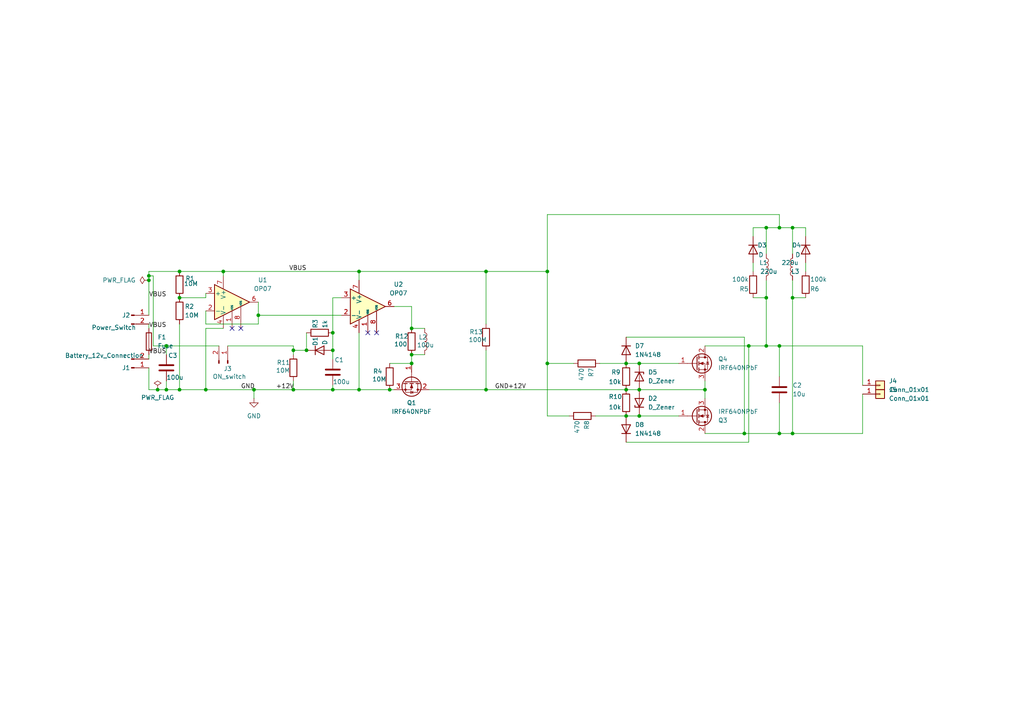
<source format=kicad_sch>
(kicad_sch (version 20250114) (generator "eeschema") (generator_version "9.0")
  (paper "A4")
  (lib_symbols
    (symbol "Amplifier_Operational:OP07" (pin_names (offset 0.127))
      (property "Reference" "U" (at 1.27 6.35 0))
      (property "Value" "OP07" (at 1.27 3.81 0))
      (symbol "OP07_0_1"
        (polyline (pts (xy -5.08 5.08) (xy 5.08 0) (xy -5.08 -5.08) (xy -5.08 5.08)) (stroke (width 0.254)) (fill (type background)))
      )
      (symbol "OP07_1_1"
        (pin input line (at -7.62 2.54 0) (length 2.54) (name "+") (number "3"))
        (pin input line (at -7.62 -2.54 0) (length 2.54) (name "-") (number "2"))
        (pin power_in line (at -2.54 7.62 270) (length 3.81) (name "V+") (number "7"))
        (pin power_in line (at -2.54 -7.62 90) (length 3.81) (name "V-") (number "4"))
        (pin no_connect line (at 0 2.54 270) (length 2.54) (hide yes) (name "NC") (number "5"))
        (pin input line (at 0 -7.62 90) (length 5.08) (name "VOS") (number "1"))
        (pin input line (at 2.54 -7.62 90) (length 6.35) (name "VOS") (number "8"))
        (pin output line (at 7.62 0 180) (length 2.54) (name "~") (number "6"))
      )
    )
    (symbol "Connector:Conn_01x02_Pin" (pin_names (offset 1.016) (hide yes))
      (property "Reference" "J" (at 0 2.54 0))
      (property "Value" "Conn_01x02_Pin" (at 0 -5.08 0))
      (symbol "Conn_01x02_Pin_1_1"
        (rectangle (start 0.8636 0.127) (end 0 -0.127) (stroke (width 0.1524)) (fill (type outline)))
        (rectangle (start 0.8636 -2.413) (end 0 -2.667) (stroke (width 0.1524)) (fill (type outline)))
        (polyline (pts (xy 1.27 0) (xy 0.8636 0)) (stroke (width 0.1524)))
        (polyline (pts (xy 1.27 -2.54) (xy 0.8636 -2.54)) (stroke (width 0.1524)))
        (pin passive line (at 5.08 0 180) (length 3.81) (name "Pin_1") (number "1"))
        (pin passive line (at 5.08 -2.54 180) (length 3.81) (name "Pin_2") (number "2"))
      )
    )
    (symbol "Connector_Generic:Conn_01x01" (pin_names (offset 1.016) (hide yes))
      (property "Reference" "J" (at 0 2.54 0))
      (property "Value" "Conn_01x01" (at 0 -2.54 0))
      (symbol "Conn_01x01_1_1"
        (rectangle (start -1.27 1.27) (end 1.27 -1.27) (stroke (width 0.254)) (fill (type background)))
        (rectangle (start -1.27 0.127) (end 0 -0.127) (stroke (width 0.1524)))
        (pin passive line (at -5.08 0 0) (length 3.81) (name "Pin_1") (number "1"))
      )
    )
    (symbol "Device:C" (pin_numbers (hide yes)) (pin_names (offset 0.254))
      (property "Reference" "C" (at 0.635 2.54 0))
      (property "Value" "C" (at 0.635 -2.54 0))
      (symbol "C_0_1"
        (polyline (pts (xy -2.032 0.762) (xy 2.032 0.762)) (stroke (width 0.508)))
        (polyline (pts (xy -2.032 -0.762) (xy 2.032 -0.762)) (stroke (width 0.508)))
      )
      (symbol "C_1_1"
        (pin passive line (at 0 3.81 270) (length 2.794) (name "~") (number "1"))
        (pin passive line (at 0 -3.81 90) (length 2.794) (name "~") (number "2"))
      )
    )
    (symbol "Device:D" (pin_numbers (hide yes)) (pin_names (offset 1.016) (hide yes))
      (property "Reference" "D" (at 0 2.54 0))
      (property "Value" "D" (at 0 -2.54 0))
      (symbol "D_0_1"
        (polyline (pts (xy -1.27 1.27) (xy -1.27 -1.27)) (stroke (width 0.254)))
        (polyline (pts (xy 1.27 1.27) (xy 1.27 -1.27) (xy -1.27 0) (xy 1.27 1.27)) (stroke (width 0.254)))
        (polyline (pts (xy 1.27 0) (xy -1.27 0)))
      )
      (symbol "D_1_1"
        (pin passive line (at -3.81 0 0) (length 2.54) (name "K") (number "1"))
        (pin passive line (at 3.81 0 180) (length 2.54) (name "A") (number "2"))
      )
    )
    (symbol "Device:D_Zener" (pin_numbers (hide yes)) (pin_names (offset 1.016) (hide yes))
      (property "Reference" "D" (at 0 2.54 0))
      (property "Value" "D_Zener" (at 0 -2.54 0))
      (symbol "D_Zener_0_1"
        (polyline (pts (xy -1.27 -1.27) (xy -1.27 1.27) (xy -0.762 1.27)) (stroke (width 0.254)))
        (polyline (pts (xy 1.27 0) (xy -1.27 0)))
        (polyline (pts (xy 1.27 -1.27) (xy 1.27 1.27) (xy -1.27 0) (xy 1.27 -1.27)) (stroke (width 0.254)))
      )
      (symbol "D_Zener_1_1"
        (pin passive line (at -3.81 0 0) (length 2.54) (name "K") (number "1"))
        (pin passive line (at 3.81 0 180) (length 2.54) (name "A") (number "2"))
      )
    )
    (symbol "Device:Fuse" (pin_numbers (hide yes)) (pin_names (offset 0))
      (property "Reference" "F" (at 2.032 0 90))
      (property "Value" "Fuse" (at -1.905 0 90))
      (symbol "Fuse_0_1"
        (rectangle (start -0.762 -2.54) (end 0.762 2.54) (stroke (width 0.254)))
        (polyline (pts (xy 0 2.54) (xy 0 -2.54)))
      )
      (symbol "Fuse_1_1"
        (pin passive line (at 0 3.81 270) (length 1.27) (name "~") (number "1"))
        (pin passive line (at 0 -3.81 90) (length 1.27) (name "~") (number "2"))
      )
    )
    (symbol "Device:L" (pin_numbers (hide yes)) (pin_names (offset 1.016) (hide yes))
      (property "Reference" "L" (at -1.27 0 90))
      (property "Value" "L" (at 1.905 0 90))
      (symbol "L_0_1"
        (arc (start 0 2.54) (mid 0.6323 1.905) (end 0 1.27))
        (arc (start 0 1.27) (mid 0.6323 0.635) (end 0 0))
        (arc (start 0 0) (mid 0.6323 -0.635) (end 0 -1.27))
        (arc (start 0 -1.27) (mid 0.6323 -1.905) (end 0 -2.54))
      )
      (symbol "L_1_1"
        (pin passive line (at 0 3.81 270) (length 1.27) (name "1") (number "1"))
        (pin passive line (at 0 -3.81 90) (length 1.27) (name "2") (number "2"))
      )
    )
    (symbol "Device:R" (pin_numbers (hide yes)) (pin_names (offset 0))
      (property "Reference" "R" (at 2.032 0 90))
      (property "Value" "R" (at 0 0 90))
      (symbol "R_0_1"
        (rectangle (start -1.016 -2.54) (end 1.016 2.54) (stroke (width 0.254)))
      )
      (symbol "R_1_1"
        (pin passive line (at 0 3.81 270) (length 1.27) (name "~") (number "1"))
        (pin passive line (at 0 -3.81 90) (length 1.27) (name "~") (number "2"))
      )
    )
    (symbol "Diode:1N4148" (pin_numbers (hide yes)) (pin_names (hide yes))
      (property "Reference" "D" (at 0 2.54 0))
      (property "Value" "1N4148" (at 0 -2.54 0))
      (symbol "1N4148_0_1"
        (polyline (pts (xy -1.27 1.27) (xy -1.27 -1.27)) (stroke (width 0.254)))
        (polyline (pts (xy 1.27 1.27) (xy 1.27 -1.27) (xy -1.27 0) (xy 1.27 1.27)) (stroke (width 0.254)))
        (polyline (pts (xy 1.27 0) (xy -1.27 0)))
      )
      (symbol "1N4148_1_1"
        (pin passive line (at -3.81 0 0) (length 2.54) (name "K") (number "1"))
        (pin passive line (at 3.81 0 180) (length 2.54) (name "A") (number "2"))
      )
    )
    (symbol "NMOS_ME:Q_NMOS_DSG" (pin_names (offset 0) (hide yes))
      (property "Reference" "Q" (at 5.08 1.905 0))
      (property "Value" "Q_NMOS_DSG" (at 5.08 0 0))
      (symbol "Q_NMOS_DSG_0_1"
        (polyline (pts (xy 0.254 1.905) (xy 0.254 -1.905)) (stroke (width 0.254)))
        (polyline (pts (xy 0.254 0) (xy -2.54 0)))
        (polyline (pts (xy 0.762 2.286) (xy 0.762 1.27)) (stroke (width 0.254)))
        (polyline (pts (xy 0.762 0.508) (xy 0.762 -0.508)) (stroke (width 0.254)))
        (polyline (pts (xy 0.762 -1.27) (xy 0.762 -2.286)) (stroke (width 0.254)))
        (polyline (pts (xy 0.762 -1.778) (xy 3.302 -1.778) (xy 3.302 1.778) (xy 0.762 1.778)))
        (polyline (pts (xy 1.016 0) (xy 2.032 0.381) (xy 2.032 -0.381) (xy 1.016 0)) (fill (type outline)))
        (circle (center 1.651 0) (radius 2.794) (stroke (width 0.254)))
        (polyline (pts (xy 2.54 2.54) (xy 2.54 1.778)))
        (circle (center 2.54 1.778) (radius 0.254) (fill (type outline)))
        (circle (center 2.54 -1.778) (radius 0.254) (fill (type outline)))
        (polyline (pts (xy 2.54 -2.54) (xy 2.54 0) (xy 0.762 0)))
        (polyline (pts (xy 2.921 0.381) (xy 3.683 0.381)))
        (polyline (pts (xy 3.302 0.381) (xy 2.921 -0.254) (xy 3.683 -0.254) (xy 3.302 0.381)))
      )
      (symbol "Q_NMOS_DSG_1_1"
        (pin input line (at -5.08 0 0) (length 2.54) (name "G") (number "1"))
        (pin passive line (at 2.54 5.08 270) (length 2.54) (name "D") (number "2"))
        (pin passive line (at 2.54 -5.08 90) (length 2.54) (name "S") (number "3"))
      )
    )
    (symbol "power:GND" (power) (pin_numbers (hide yes)) (pin_names (offset 0) (hide yes))
      (property "Value" "GND" (at 0 -3.81 0))
      (symbol "GND_0_1"
        (polyline (pts (xy 0 0) (xy 0 -1.27) (xy 1.27 -1.27) (xy 0 -2.54) (xy -1.27 -1.27) (xy 0 -1.27)))
      )
      (symbol "GND_1_1"
        (pin power_in line (at 0 0 270) (length 0) (name "~") (number "1"))
      )
    )
    (symbol "power:PWR_FLAG" (power) (pin_numbers (hide yes)) (pin_names (offset 0) (hide yes))
      (property "Value" "PWR_FLAG" (at 0 3.81 0))
      (symbol "PWR_FLAG_0_0"
        (pin power_out line (at 0 0 90) (length 0) (name "~") (number "1"))
      )
      (symbol "PWR_FLAG_0_1"
        (polyline (pts (xy 0 0) (xy 0 1.27) (xy -1.016 1.905) (xy 0 2.54) (xy 1.016 1.905) (xy 0 1.27)))
      )
    )
  )
  (junction (at 73.66 113.03))
  (junction (at 96.52 113.03))
  (junction (at 52.07 113.03))
  (junction (at 215.9 125.73))
  (junction (at 181.61 113.03))
  (junction (at 140.97 78.74))
  (junction (at 52.07 78.74))
  (junction (at 85.09 113.03))
  (junction (at 64.77 78.74))
  (junction (at 185.42 105.41))
  (junction (at 181.61 105.41))
  (junction (at 45.72 113.03))
  (junction (at 88.9 101.6))
  (junction (at 85.09 101.6))
  (junction (at 226.06 125.73))
  (junction (at 229.87 86.36))
  (junction (at 222.25 86.36))
  (junction (at 48.26 100.33))
  (junction (at 204.47 113.03))
  (junction (at 217.17 100.33))
  (junction (at 96.52 101.6))
  (junction (at 158.75 105.41))
  (junction (at 119.38 102.87))
  (junction (at 96.52 96.52))
  (junction (at 226.06 66.04))
  (junction (at 74.93 91.44))
  (junction (at 181.61 120.65))
  (junction (at 229.87 66.04))
  (junction (at 158.75 78.74))
  (junction (at 119.38 105.41))
  (junction (at 222.25 100.33))
  (junction (at 185.42 113.03))
  (junction (at 140.97 113.03))
  (junction (at 104.14 78.74))
  (junction (at 52.07 86.36))
  (junction (at 226.06 100.33))
  (junction (at 43.18 81.28))
  (junction (at 185.42 120.65))
  (junction (at 59.69 113.03))
  (junction (at 104.14 113.03))
  (junction (at 43.18 80.01))
  (junction (at 113.03 113.03))
  (junction (at 222.25 66.04))
  (junction (at 48.26 113.03))
  (junction (at 119.38 95.25))
  (junction (at 229.87 125.73))
  (no_connect (at 67.31 95.25))
  (no_connect (at 69.85 95.25))
  (no_connect (at 109.22 96.52))
  (no_connect (at 106.68 96.52))
  (wire (pts (xy 124.46 113.03) (xy 140.97 113.03)))
  (wire (pts (xy 96.52 113.03) (xy 104.14 113.03)))
  (wire (pts (xy 96.52 86.36) (xy 96.52 96.52)))
  (wire (pts (xy 59.69 93.98) (xy 74.93 93.98)))
  (wire (pts (xy 140.97 101.6) (xy 140.97 113.03)))
  (wire (pts (xy 158.75 120.65) (xy 165.1 120.65)))
  (wire (pts (xy 229.87 125.73) (xy 250.19 125.73)))
  (wire (pts (xy 250.19 100.33) (xy 250.19 111.76)))
  (wire (pts (xy 96.52 86.36) (xy 99.06 86.36)))
  (wire (pts (xy 233.68 66.04) (xy 233.68 68.58)))
  (wire (pts (xy 52.07 78.74) (xy 64.77 78.74)))
  (wire (pts (xy 185.42 120.65) (xy 196.85 120.65)))
  (wire (pts (xy 217.17 128.27) (xy 217.17 100.33)))
  (wire (pts (xy 181.61 120.65) (xy 185.42 120.65)))
  (wire (pts (xy 119.38 95.25) (xy 123.19 95.25)))
  (wire (pts (xy 226.06 100.33) (xy 226.06 109.22)))
  (wire (pts (xy 85.09 100.33) (xy 85.09 101.6)))
  (wire (pts (xy 215.9 125.73) (xy 226.06 125.73)))
  (wire (pts (xy 181.61 97.79) (xy 215.9 97.79)))
  (wire (pts (xy 88.9 96.52) (xy 88.9 101.6)))
  (wire (pts (xy 204.47 113.03) (xy 204.47 115.57)))
  (wire (pts (xy 229.87 73.66) (xy 229.87 66.04)))
  (wire (pts (xy 233.68 86.36) (xy 229.87 86.36)))
  (wire (pts (xy 43.18 80.01) (xy 43.18 81.28)))
  (wire (pts (xy 104.14 78.74) (xy 140.97 78.74)))
  (wire (pts (xy 113.03 105.41) (xy 119.38 105.41)))
  (wire (pts (xy 66.04 100.33) (xy 85.09 100.33)))
  (wire (pts (xy 43.18 106.68) (xy 43.18 113.03)))
  (wire (pts (xy 119.38 88.9) (xy 119.38 95.25)))
  (wire (pts (xy 85.09 110.49) (xy 85.09 113.03)))
  (wire (pts (xy 226.06 125.73) (xy 229.87 125.73)))
  (wire (pts (xy 119.38 102.87) (xy 119.38 105.41)))
  (wire (pts (xy 218.44 68.58) (xy 218.44 66.04)))
  (wire (pts (xy 226.06 100.33) (xy 250.19 100.33)))
  (wire (pts (xy 229.87 86.36) (xy 229.87 125.73)))
  (wire (pts (xy 43.18 102.87) (xy 43.18 104.14)))
  (wire (pts (xy 43.18 78.74) (xy 52.07 78.74)))
  (wire (pts (xy 44.45 80.01) (xy 43.18 80.01)))
  (wire (pts (xy 59.69 95.25) (xy 59.69 113.03)))
  (wire (pts (xy 158.75 62.23) (xy 158.75 78.74)))
  (wire (pts (xy 73.66 113.03) (xy 73.66 115.57)))
  (wire (pts (xy 226.06 62.23) (xy 226.06 66.04)))
  (wire (pts (xy 64.77 78.74) (xy 64.77 80.01)))
  (wire (pts (xy 222.25 81.28) (xy 222.25 86.36)))
  (wire (pts (xy 218.44 66.04) (xy 222.25 66.04)))
  (wire (pts (xy 113.03 113.03) (xy 114.3 113.03)))
  (wire (pts (xy 59.69 86.36) (xy 59.69 85.09)))
  (wire (pts (xy 222.25 86.36) (xy 218.44 86.36)))
  (wire (pts (xy 48.26 113.03) (xy 48.26 110.49)))
  (wire (pts (xy 43.18 93.98) (xy 43.18 95.25)))
  (wire (pts (xy 158.75 62.23) (xy 226.06 62.23)))
  (wire (pts (xy 43.18 81.28) (xy 43.18 91.44)))
  (wire (pts (xy 85.09 101.6) (xy 88.9 101.6)))
  (wire (pts (xy 52.07 93.98) (xy 52.07 113.03)))
  (wire (pts (xy 204.47 100.33) (xy 217.17 100.33)))
  (wire (pts (xy 222.25 86.36) (xy 222.25 100.33)))
  (wire (pts (xy 181.61 113.03) (xy 185.42 113.03)))
  (wire (pts (xy 96.52 101.6) (xy 96.52 104.14)))
  (wire (pts (xy 48.26 113.03) (xy 52.07 113.03)))
  (wire (pts (xy 85.09 113.03) (xy 96.52 113.03)))
  (wire (pts (xy 181.61 105.41) (xy 185.42 105.41)))
  (wire (pts (xy 204.47 125.73) (xy 215.9 125.73)))
  (wire (pts (xy 233.68 76.2) (xy 233.68 78.74)))
  (wire (pts (xy 204.47 110.49) (xy 204.47 113.03)))
  (wire (pts (xy 96.52 96.52) (xy 96.52 101.6)))
  (wire (pts (xy 52.07 113.03) (xy 59.69 113.03)))
  (wire (pts (xy 229.87 66.04) (xy 233.68 66.04)))
  (wire (pts (xy 59.69 90.17) (xy 59.69 93.98)))
  (wire (pts (xy 44.45 100.33) (xy 44.45 80.01)))
  (wire (pts (xy 250.19 114.3) (xy 250.19 125.73)))
  (wire (pts (xy 173.99 105.41) (xy 181.61 105.41)))
  (wire (pts (xy 119.38 88.9) (xy 114.3 88.9)))
  (wire (pts (xy 215.9 97.79) (xy 215.9 125.73)))
  (wire (pts (xy 158.75 105.41) (xy 158.75 120.65)))
  (wire (pts (xy 229.87 86.36) (xy 229.87 81.28)))
  (wire (pts (xy 140.97 78.74) (xy 158.75 78.74)))
  (wire (pts (xy 85.09 101.6) (xy 85.09 102.87)))
  (wire (pts (xy 222.25 66.04) (xy 222.25 73.66)))
  (wire (pts (xy 43.18 78.74) (xy 43.18 80.01)))
  (wire (pts (xy 45.72 113.03) (xy 43.18 113.03)))
  (wire (pts (xy 59.69 95.25) (xy 64.77 95.25)))
  (wire (pts (xy 226.06 66.04) (xy 229.87 66.04)))
  (wire (pts (xy 158.75 78.74) (xy 158.75 105.41)))
  (wire (pts (xy 104.14 78.74) (xy 104.14 81.28)))
  (wire (pts (xy 104.14 96.52) (xy 104.14 113.03)))
  (wire (pts (xy 119.38 102.87) (xy 123.19 102.87)))
  (wire (pts (xy 45.72 113.03) (xy 48.26 113.03)))
  (wire (pts (xy 59.69 113.03) (xy 73.66 113.03)))
  (wire (pts (xy 181.61 128.27) (xy 217.17 128.27)))
  (wire (pts (xy 158.75 105.41) (xy 166.37 105.41)))
  (wire (pts (xy 218.44 78.74) (xy 218.44 76.2)))
  (wire (pts (xy 226.06 116.84) (xy 226.06 125.73)))
  (wire (pts (xy 52.07 86.36) (xy 59.69 86.36)))
  (wire (pts (xy 185.42 113.03) (xy 204.47 113.03)))
  (wire (pts (xy 96.52 111.76) (xy 96.52 113.03)))
  (wire (pts (xy 74.93 91.44) (xy 74.93 93.98)))
  (wire (pts (xy 74.93 91.44) (xy 99.06 91.44)))
  (wire (pts (xy 140.97 78.74) (xy 140.97 93.98)))
  (wire (pts (xy 226.06 66.04) (xy 222.25 66.04)))
  (wire (pts (xy 73.66 113.03) (xy 85.09 113.03)))
  (wire (pts (xy 172.72 120.65) (xy 181.61 120.65)))
  (wire (pts (xy 48.26 102.87) (xy 48.26 100.33)))
  (wire (pts (xy 222.25 100.33) (xy 226.06 100.33)))
  (wire (pts (xy 104.14 113.03) (xy 113.03 113.03)))
  (wire (pts (xy 140.97 113.03) (xy 181.61 113.03)))
  (wire (pts (xy 48.26 100.33) (xy 63.5 100.33)))
  (wire (pts (xy 185.42 105.41) (xy 196.85 105.41)))
  (wire (pts (xy 44.45 100.33) (xy 48.26 100.33)))
  (wire (pts (xy 74.93 87.63) (xy 74.93 91.44)))
  (wire (pts (xy 217.17 100.33) (xy 222.25 100.33)))
  (wire (pts (xy 64.77 78.74) (xy 104.14 78.74)))
  (label "VBUS" (at 43.18 95.25 0))
  (label "+12V" (at 80.01 113.03 0))
  (label "VBUS" (at 43.18 102.87 0))
  (label "GND" (at 69.85 113.03 0))
  (label "+12V" (at 147.32 113.03 0))
  (label "GND" (at 143.51 113.03 0))
  (label "VBUS" (at 43.18 86.36 0))
  (label "VBUS" (at 83.82 78.74 0))
  (symbol (lib_id "Device:R") (at 85.09 106.68 0) (unit 1)
    (property "Reference" "R11" (at 80.264 105.156 0) (effects (justify left)))
    (property "Value" "10M" (at 80.01 107.442 0) (effects (justify left)))
    (property "Footprint" "Resistor_SMD:R_0805_2012Metric" (effects (hide yes)))
    (property "Description" "Resistor" (effects (hide yes)))
  )
  (symbol (lib_id "Device:R") (at 233.68 82.55 0) (mirror x) (unit 1)
    (property "Reference" "R6" (at 234.95 83.82 0) (effects (justify left)))
    (property "Value" "100k" (at 234.95 81.026 0) (effects (justify left)))
    (property "Footprint" "Resistor_THT:R_Axial_DIN0411_L9.9mm_D3.6mm_P15.24mm_Horizontal" (effects (hide yes)))
    (property "Description" "Resistor" (effects (hide yes)))
  )
  (symbol (lib_id "Device:C") (at 48.26 106.68 0) (unit 1)
    (property "Reference" "C3" (at 48.768 103.124 0) (effects (justify left)))
    (property "Value" "100u" (at 48.26 109.474 0) (effects (justify left)))
    (property "Footprint" "Capacitor_SMD:C_0805_2012Metric" (effects (hide yes)))
    (property "Description" "Unpolarized capacitor" (effects (hide yes)))
  )
  (symbol (lib_id "NMOS_ME:Q_NMOS_DSG") (at 201.93 105.41 0) (unit 1)
    (property "Reference" "Q4" (at 208.28 104.1399 0) (effects (justify left)))
    (property "Value" "IRF640NPbF" (at 208.28 106.6799 0) (effects (justify left)))
    (property "Footprint" "Package_TO_SOT_THT:TO-220-3_Vertical" (effects (hide yes)))
    (property "Description" "N-MOSFET transistor, drain/source/gate" (effects (hide yes)))
  )
  (symbol (lib_id "NMOS_ME:Q_NMOS_DSG") (at 201.93 120.65 0) (mirror x) (unit 1)
    (property "Reference" "Q3" (at 208.28 121.9201 0) (effects (justify left)))
    (property "Value" "IRF640NPbF" (at 208.28 119.3801 0) (effects (justify left)))
    (property "Footprint" "Package_TO_SOT_THT:TO-220-3_Vertical" (effects (hide yes)))
    (property "Description" "N-MOSFET transistor, drain/source/gate" (effects (hide yes)))
  )
  (symbol (lib_id "Diode:1N4148") (at 181.61 101.6 270) (unit 1)
    (property "Reference" "D7" (at 184.15 100.3299 90) (effects (justify left)))
    (property "Value" "1N4148" (at 184.15 102.8699 90) (effects (justify left)))
    (property "Footprint" "Diode_THT:D_DO-35_SOD27_P7.62mm_Horizontal" (effects (hide yes)))
    (property "Datasheet" "https://assets.nexperia.com/documents/data-sheet/1N4148_1N4448.pdf" (effects (hide yes)))
    (property "Description" "100V 0.15A standard switching diode, DO-35" (effects (hide yes)))
    (property "Sim.Device" "D" (effects (hide yes)))
    (property "Sim.Pins" "1=K 2=A" (effects (hide yes)))
  )
  (symbol (lib_id "Device:D_Zener") (at 185.42 109.22 270) (unit 1)
    (property "Reference" "D5" (at 187.96 107.9499 90) (effects (justify left)))
    (property "Value" "D_Zener" (at 187.96 110.4899 90) (effects (justify left)))
    (property "Footprint" "Diode_THT:D_A-405_P7.62mm_Horizontal" (effects (hide yes)))
    (property "Description" "Zener diode" (effects (hide yes)))
  )
  (symbol (lib_id "Device:R") (at 92.71 96.52 90) (unit 1)
    (property "Reference" "R3" (at 91.44 95.25 0) (effects (justify left)))
    (property "Value" "1k" (at 94.234 95.25 0) (effects (justify left)))
    (property "Footprint" "Resistor_SMD:R_0805_2012Metric_Pad1.20x1.40mm_HandSolder" (effects (hide yes)))
    (property "Description" "Resistor" (effects (hide yes)))
  )
  (symbol (lib_id "Device:R") (at 52.07 82.55 180) (unit 1)
    (property "Reference" "R1" (at 55.118 80.772 0))
    (property "Value" "10M" (at 55.372 82.296 0))
    (property "Footprint" "Resistor_SMD:R_0805_2012Metric" (effects (hide yes)))
    (property "Description" "Resistor" (effects (hide yes)))
  )
  (symbol (lib_id "Device:D") (at 218.44 72.39 270) (unit 1)
    (property "Reference" "D3" (at 219.71 71.12 90) (effects (justify left)))
    (property "Value" "D" (at 219.964 73.914 90) (effects (justify left)))
    (property "Footprint" "Diode_THT:D_A-405_P10.16mm_Horizontal" (effects (hide yes)))
    (property "Description" "Diode" (effects (hide yes)))
    (property "Sim.Device" "D" (effects (hide yes)))
    (property "Sim.Pins" "1=K 2=A" (effects (hide yes)))
  )
  (symbol (lib_id "Device:D") (at 233.68 72.39 90) (mirror x) (unit 1)
    (property "Reference" "D4" (at 232.41 71.12 90) (effects (justify left)))
    (property "Value" "D" (at 232.156 73.914 90) (effects (justify left)))
    (property "Footprint" "Diode_THT:D_A-405_P10.16mm_Horizontal" (effects (hide yes)))
    (property "Description" "Diode" (effects (hide yes)))
    (property "Sim.Device" "D" (effects (hide yes)))
    (property "Sim.Pins" "1=K 2=A" (effects (hide yes)))
  )
  (symbol (lib_id "Connector:Conn_01x02_Pin") (at 66.04 105.41 270) (mirror x) (unit 1)
    (property "Reference" "J3" (at 66.04 106.934 90))
    (property "Value" "ON_switch" (at 66.548 109.22 90))
    (property "Footprint" "Connector_AMASS:AMASS_XT30U-F_1x02_P5.0mm_Vertical" (effects (hide yes)))
    (property "Description" "Generic connector, single row, 01x02, script generated" (effects (hide yes)))
  )
  (symbol (lib_id "power:PWR_FLAG") (at 45.72 113.03 0) (unit 1)
    (property "Reference" "#FLG02" (effects (hide yes)))
    (property "Value" "PWR_FLAG" (at 45.72 115.316 0))
    (property "Description" "Special symbol for telling ERC where power comes from" (effects (hide yes)))
  )
  (symbol (lib_id "Device:R") (at 181.61 116.84 0) (unit 1)
    (property "Reference" "R10" (at 176.53 115.062 0) (effects (justify left)))
    (property "Value" "10k" (at 176.53 118.11 0) (effects (justify left)))
    (property "Footprint" "Resistor_SMD:R_0805_2012Metric" (effects (hide yes)))
    (property "Description" "Resistor" (effects (hide yes)))
  )
  (symbol (lib_id "Device:R") (at 119.38 99.06 0) (unit 1)
    (property "Reference" "R12" (at 114.554 97.536 0) (effects (justify left)))
    (property "Value" "100" (at 114.3 99.822 0) (effects (justify left)))
    (property "Footprint" "Resistor_SMD:R_0805_2012Metric" (effects (hide yes)))
    (property "Description" "Resistor" (effects (hide yes)))
  )
  (symbol (lib_id "Device:D") (at 92.71 101.6 0) (unit 1)
    (property "Reference" "D1" (at 91.44 100.33 90) (effects (justify left)))
    (property "Value" "D" (at 94.234 100.076 90) (effects (justify left)))
    (property "Footprint" "Diode_SMD:D_0805_2012Metric_Pad1.15x1.40mm_HandSolder" (effects (hide yes)))
    (property "Description" "Diode" (effects (hide yes)))
    (property "Sim.Device" "D" (effects (hide yes)))
    (property "Sim.Pins" "1=K 2=A" (effects (hide yes)))
  )
  (symbol (lib_id "Device:R") (at 218.44 82.55 180) (unit 1)
    (property "Reference" "R5" (at 217.17 83.82 0) (effects (justify left)))
    (property "Value" "100k" (at 217.17 81.026 0) (effects (justify left)))
    (property "Footprint" "Resistor_THT:R_Axial_DIN0411_L9.9mm_D3.6mm_P15.24mm_Horizontal" (effects (hide yes)))
    (property "Description" "Resistor" (effects (hide yes)))
  )
  (symbol (lib_id "Device:Fuse") (at 43.18 99.06 0) (unit 1)
    (property "Reference" "F1" (at 45.72 97.7899 0) (effects (justify left)))
    (property "Value" "Fuse" (at 45.72 100.3299 0) (effects (justify left)))
    (property "Footprint" "Fuse:Fuseholder_Clip-5x20mm_Keystone_3517_Inline_P23.11x6.76mm_D1.70mm_Horizontal" (effects (hide yes)))
    (property "Description" "Fuse" (effects (hide yes)))
  )
  (symbol (lib_id "Device:R") (at 170.18 105.41 270) (unit 1)
    (property "Reference" "R7" (at 171.45 106.68 0) (effects (justify left)))
    (property "Value" "470" (at 168.656 106.68 0) (effects (justify left)))
    (property "Footprint" "Resistor_SMD:R_0805_2012Metric" (effects (hide yes)))
    (property "Description" "Resistor" (effects (hide yes)))
  )
  (symbol (lib_id "power:PWR_FLAG") (at 43.18 81.28 90) (unit 1)
    (property "Reference" "#FLG01" (effects (hide yes)))
    (property "Value" "PWR_FLAG" (at 39.37 81.2799 90) (effects (justify left)))
    (property "Description" "Special symbol for telling ERC where power comes from" (effects (hide yes)))
  )
  (symbol (lib_id "Amplifier_Operational:OP07") (at 67.31 87.63 0) (unit 1)
    (property "Reference" "U1" (at 76.2 81.2098 0))
    (property "Value" "OP07" (at 76.2 83.7498 0))
    (property "Footprint" "Package_SO:SOIC-8_3.9x4.9mm_P1.27mm" (effects (hide yes)))
    (property "Datasheet" "https://www.analog.com/media/en/technical-documentation/data-sheets/OP07.pdf" (effects (hide yes)))
    (property "Description" "Single Ultra-Low Offset Voltage Operational Amplifier, DIP-8/SOIC-8" (effects (hide yes)))
  )
  (symbol (lib_id "Connector_Generic:Conn_01x01") (at 255.27 114.3 0) (unit 1)
    (property "Reference" "J5" (at 257.81 113.0299 0) (effects (justify left)))
    (property "Value" "Conn_01x01" (at 257.81 115.5699 0) (effects (justify left)))
    (property "Footprint" "TerminalBlock_MetzConnect:TerminalBlock_MetzConnect_360271_1x01_Horizontal_ScrewM3.0_Boxed" (effects (hide yes)))
    (property "Description" "Generic connector, single row, 01x01, script generated (kicad-library-utils/schlib/autogen/connector/)" (effects (hide yes)))
  )
  (symbol (lib_id "NMOS_ME:Q_NMOS_DSG") (at 119.38 110.49 270) (unit 1)
    (property "Reference" "Q1" (at 119.38 116.84 90))
    (property "Value" "IRF640NPbF" (at 119.38 119.38 90))
    (property "Footprint" "Package_TO_SOT_THT:TO-220-3_Vertical" (effects (hide yes)))
    (property "Description" "N-MOSFET transistor, drain/source/gate" (effects (hide yes)))
  )
  (symbol (lib_id "Device:R") (at 181.61 109.22 0) (unit 1)
    (property "Reference" "R9" (at 177.292 107.95 0) (effects (justify left)))
    (property "Value" "10k" (at 176.53 110.744 0) (effects (justify left)))
    (property "Footprint" "Resistor_SMD:R_0805_2012Metric" (effects (hide yes)))
    (property "Description" "Resistor" (effects (hide yes)))
  )
  (symbol (lib_id "Device:L") (at 222.25 77.47 0) (unit 1)
    (property "Reference" "L1" (at 220.218 76.2 0) (effects (justify left)))
    (property "Value" "220u" (at 220.472 78.74 0) (effects (justify left)))
    (property "Footprint" "Inductor_THT:L_Toroid_Vertical_L14.0mm_W6.3mm_P4.57mm_Pulse_A" (effects (hide yes)))
    (property "Description" "Inductor" (effects (hide yes)))
  )
  (symbol (lib_id "Amplifier_Operational:OP07") (at 106.68 88.9 0) (unit 1)
    (property "Reference" "U2" (at 115.57 82.4798 0))
    (property "Value" "OP07" (at 115.57 85.0198 0))
    (property "Footprint" "Package_SO:SOIC-8_3.9x4.9mm_P1.27mm" (effects (hide yes)))
    (property "Datasheet" "https://www.analog.com/media/en/technical-documentation/data-sheets/OP07.pdf" (effects (hide yes)))
    (property "Description" "Single Ultra-Low Offset Voltage Operational Amplifier, DIP-8/SOIC-8" (effects (hide yes)))
  )
  (symbol (lib_id "Device:R") (at 52.07 90.17 0) (unit 1)
    (property "Reference" "R2" (at 53.594 88.9 0) (effects (justify left)))
    (property "Value" "10M" (at 53.594 91.44 0) (effects (justify left)))
    (property "Footprint" "Resistor_SMD:R_0805_2012Metric" (effects (hide yes)))
    (property "Description" "Resistor" (effects (hide yes)))
  )
  (symbol (lib_id "Diode:1N4148") (at 181.61 124.46 90) (unit 1)
    (property "Reference" "D8" (at 184.15 123.1899 90) (effects (justify right)))
    (property "Value" "1N4148" (at 184.15 125.7299 90) (effects (justify right)))
    (property "Footprint" "Diode_THT:D_DO-35_SOD27_P7.62mm_Horizontal" (effects (hide yes)))
    (property "Datasheet" "https://assets.nexperia.com/documents/data-sheet/1N4148_1N4448.pdf" (effects (hide yes)))
    (property "Description" "100V 0.15A standard switching diode, DO-35" (effects (hide yes)))
    (property "Sim.Device" "D" (effects (hide yes)))
    (property "Sim.Pins" "1=K 2=A" (effects (hide yes)))
  )
  (symbol (lib_id "power:GND") (at 73.66 115.57 0) (unit 1)
    (property "Reference" "#PWR01" (effects (hide yes)))
    (property "Value" "GND" (at 73.66 120.65 0))
    (property "Description" "Power symbol creates a global label with name \"GND\" , ground" (effects (hide yes)))
  )
  (symbol (lib_id "Device:R") (at 140.97 97.79 0) (unit 1)
    (property "Reference" "R13" (at 136.144 96.266 0) (effects (justify left)))
    (property "Value" "100M" (at 135.89 98.552 0) (effects (justify left)))
    (property "Footprint" "Resistor_THT:R_Axial_DIN0411_L9.9mm_D3.6mm_P15.24mm_Horizontal" (effects (hide yes)))
    (property "Description" "Resistor" (effects (hide yes)))
  )
  (symbol (lib_id "Device:R") (at 168.91 120.65 270) (unit 1)
    (property "Reference" "R8" (at 170.18 121.92 0) (effects (justify left)))
    (property "Value" "470" (at 167.386 121.92 0) (effects (justify left)))
    (property "Footprint" "Resistor_SMD:R_0805_2012Metric" (effects (hide yes)))
    (property "Description" "Resistor" (effects (hide yes)))
  )
  (symbol (lib_id "Connector_Generic:Conn_01x01") (at 255.27 111.76 0) (unit 1)
    (property "Reference" "J4" (at 257.81 110.4899 0) (effects (justify left)))
    (property "Value" "Conn_01x01" (at 257.81 113.0299 0) (effects (justify left)))
    (property "Footprint" "TerminalBlock_MetzConnect:TerminalBlock_MetzConnect_360271_1x01_Horizontal_ScrewM3.0_Boxed" (effects (hide yes)))
    (property "Description" "Generic connector, single row, 01x01, script generated (kicad-library-utils/schlib/autogen/connector/)" (effects (hide yes)))
  )
  (symbol (lib_id "Device:R") (at 113.03 109.22 0) (unit 1)
    (property "Reference" "R4" (at 108.204 107.696 0) (effects (justify left)))
    (property "Value" "10M" (at 107.95 109.982 0) (effects (justify left)))
    (property "Footprint" "Resistor_SMD:R_0805_2012Metric" (effects (hide yes)))
    (property "Description" "Resistor" (effects (hide yes)))
  )
  (symbol (lib_id "Device:D_Zener") (at 185.42 116.84 90) (unit 1)
    (property "Reference" "D2" (at 187.96 115.5699 90) (effects (justify right)))
    (property "Value" "D_Zener" (at 187.96 118.1099 90) (effects (justify right)))
    (property "Footprint" "Diode_THT:D_A-405_P7.62mm_Horizontal" (effects (hide yes)))
    (property "Description" "Zener diode" (effects (hide yes)))
  )
  (symbol (lib_id "Device:C") (at 96.52 107.95 0) (unit 1)
    (property "Reference" "C1" (at 97.028 104.394 0) (effects (justify left)))
    (property "Value" "100u" (at 96.52 110.744 0) (effects (justify left)))
    (property "Footprint" "Capacitor_SMD:C_0805_2012Metric" (effects (hide yes)))
    (property "Description" "Unpolarized capacitor" (effects (hide yes)))
  )
  (symbol (lib_id "Device:C") (at 226.06 113.03 0) (unit 1)
    (property "Reference" "C2" (at 229.87 111.7599 0) (effects (justify left)))
    (property "Value" "10u" (at 229.87 114.2999 0) (effects (justify left)))
    (property "Footprint" "Capacitor_THT:C_Rect_L16.5mm_W9.0mm_P15.00mm_MKT" (effects (hide yes)))
    (property "Description" "Unpolarized capacitor" (effects (hide yes)))
  )
  (symbol (lib_id "Connector:Conn_01x02_Pin") (at 38.1 91.44 0) (unit 1)
    (property "Reference" "J2" (at 36.576 91.44 0))
    (property "Value" "Power_Switch" (at 33.02 94.996 0))
    (property "Footprint" "Connector_AMASS:AMASS_XT30U-F_1x02_P5.0mm_Vertical" (effects (hide yes)))
    (property "Description" "Generic connector, single row, 01x02, script generated" (effects (hide yes)))
  )
  (symbol (lib_id "Device:L") (at 123.19 99.06 0) (unit 1)
    (property "Reference" "L2" (at 121.412 97.79 0) (effects (justify left)))
    (property "Value" "100u" (at 120.904 100.076 0) (effects (justify left)))
    (property "Footprint" "Inductor_SMD:L_Coilcraft_LPS4414" (effects (hide yes)))
    (property "Description" "Inductor" (effects (hide yes)))
  )
  (symbol (lib_id "Connector:Conn_01x02_Pin") (at 38.1 106.68 0) (mirror x) (unit 1)
    (property "Reference" "J1" (at 36.576 106.68 0))
    (property "Value" "Battery_12v_Connection" (at 30.226 103.124 0))
    (property "Footprint" "Connector_AMASS:AMASS_XT30U-F_1x02_P5.0mm_Vertical" (effects (hide yes)))
    (property "Description" "Generic connector, single row, 01x02, script generated" (effects (hide yes)))
  )
  (symbol (lib_id "Device:L") (at 229.87 77.47 180) (unit 1)
    (property "Reference" "L3" (at 231.902 78.74 0) (effects (justify left)))
    (property "Value" "220u" (at 231.648 76.2 0) (effects (justify left)))
    (property "Footprint" "Inductor_THT:L_Toroid_Vertical_L14.0mm_W6.3mm_P4.57mm_Pulse_A" (effects (hide yes)))
    (property "Description" "Inductor" (effects (hide yes)))
  )
)
</source>
